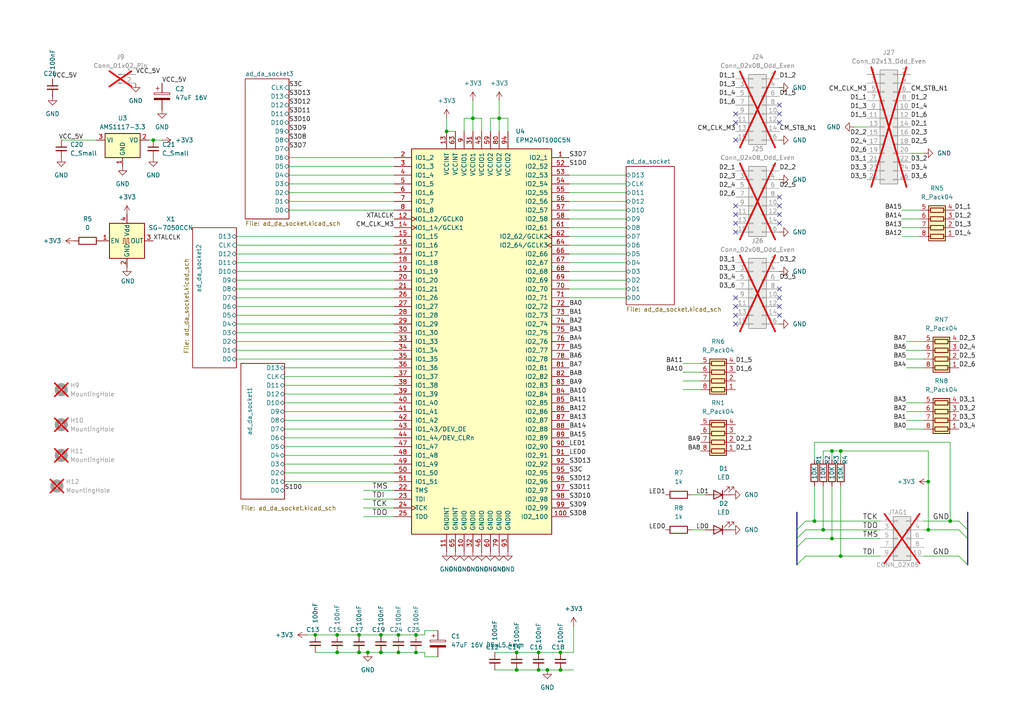
<source format=kicad_sch>
(kicad_sch (version 20231120) (generator "eeschema") (generator_version "8.0")
  (paper "A4")
  (junction (at 269.24 153.67))
  (junction (at 275.59 151.13))
  (junction (at 115.57 189.23))
  (junction (at 156.21 189.23))
  (junction (at 238.76 153.67))
  (junction (at 158.75 194.31))
  (junction (at 156.21 194.31))
  (junction (at 149.86 189.23))
  (junction (at 269.24 139.7))
  (junction (at 137.16 34.29))
  (junction (at 110.49 189.23))
  (junction (at 241.3 130.81))
  (junction (at 120.65 189.23))
  (junction (at 44.45 40.64))
  (junction (at 129.54 38.1))
  (junction (at 236.22 151.13))
  (junction (at 104.14 184.15))
  (junction (at 162.56 189.23))
  (junction (at 162.56 194.31))
  (junction (at 97.79 189.23))
  (junction (at 243.84 130.81))
  (junction (at 115.57 184.15))
  (junction (at 104.14 189.23))
  (junction (at 97.79 184.15))
  (junction (at 243.84 161.29))
  (junction (at 110.49 184.15))
  (junction (at 149.86 194.31))
  (junction (at 144.78 34.29))
  (junction (at 106.68 189.23))
  (junction (at 91.44 184.15))
  (junction (at 120.65 184.15))
  (junction (at 241.3 156.21))
  (no_connect (at 213.36 40.64))
  (no_connect (at 226.06 86.36))
  (no_connect (at 213.36 93.98))
  (no_connect (at 226.06 30.48))
  (no_connect (at 226.06 88.9))
  (no_connect (at 213.36 62.23))
  (no_connect (at 213.36 35.56))
  (no_connect (at 226.06 83.82))
  (no_connect (at 226.06 57.15))
  (no_connect (at 226.06 62.23))
  (no_connect (at 226.06 91.44))
  (no_connect (at 213.36 64.77))
  (no_connect (at 213.36 86.36))
  (no_connect (at 213.36 88.9))
  (no_connect (at 226.06 64.77))
  (no_connect (at 226.06 35.56))
  (no_connect (at 213.36 33.02))
  (no_connect (at 213.36 67.31))
  (no_connect (at 213.36 91.44))
  (no_connect (at 226.06 33.02))
  (no_connect (at 226.06 59.69))
  (no_connect (at 213.36 59.69))
  (bus_entry (at 231.14 163.83) (size 2.54 -2.54))
  (bus_entry (at 231.14 153.67) (size 2.54 -2.54))
  (bus_entry (at 278.13 161.29) (size 2.54 2.54))
  (bus_entry (at 231.14 156.21) (size 2.54 -2.54))
  (bus_entry (at 231.14 158.75) (size 2.54 -2.54))
  (bus_entry (at 278.13 151.13) (size 2.54 2.54))
  (bus_entry (at 278.13 153.67) (size 2.54 2.54))
  (bus (pts (xy 231.14 158.75) (xy 231.14 163.83)))
  (wire (pts (xy 105.41 144.78) (xy 114.3 144.78)))
  (wire (pts (xy 68.58 73.66) (xy 114.3 73.66)))
  (wire (pts (xy 137.16 34.29) (xy 134.62 34.29)))
  (wire (pts (xy 110.49 184.15) (xy 115.57 184.15)))
  (wire (pts (xy 129.54 38.1) (xy 132.08 38.1)))
  (wire (pts (xy 43.18 40.64) (xy 44.45 40.64)))
  (wire (pts (xy 266.7 60.96) (xy 261.62 60.96)))
  (wire (pts (xy 203.2 107.95) (xy 198.12 107.95)))
  (wire (pts (xy 104.14 184.15) (xy 110.49 184.15)))
  (wire (pts (xy 269.24 130.81) (xy 269.24 139.7)))
  (wire (pts (xy 144.78 34.29) (xy 144.78 38.1)))
  (wire (pts (xy 275.59 151.13) (xy 278.13 151.13)))
  (wire (pts (xy 106.68 189.23) (xy 110.49 189.23)))
  (wire (pts (xy 269.24 153.67) (xy 278.13 153.67)))
  (wire (pts (xy 68.58 81.28) (xy 114.3 81.28)))
  (bus (pts (xy 280.67 153.67) (xy 280.67 156.21)))
  (wire (pts (xy 134.62 38.1) (xy 134.62 34.29)))
  (wire (pts (xy 165.1 58.42) (xy 181.61 58.42)))
  (wire (pts (xy 139.7 34.29) (xy 137.16 34.29)))
  (wire (pts (xy 105.41 147.32) (xy 114.3 147.32)))
  (wire (pts (xy 165.1 83.82) (xy 181.61 83.82)))
  (wire (pts (xy 82.55 121.92) (xy 114.3 121.92)))
  (wire (pts (xy 165.1 68.58) (xy 181.61 68.58)))
  (wire (pts (xy 68.58 99.06) (xy 114.3 99.06)))
  (wire (pts (xy 203.2 105.41) (xy 198.12 105.41)))
  (wire (pts (xy 83.82 45.72) (xy 114.3 45.72)))
  (wire (pts (xy 68.58 68.58) (xy 114.3 68.58)))
  (wire (pts (xy 142.24 38.1) (xy 142.24 34.29)))
  (wire (pts (xy 247.65 36.83) (xy 251.46 36.83)))
  (wire (pts (xy 233.68 151.13) (xy 236.22 151.13)))
  (wire (pts (xy 110.49 189.23) (xy 115.57 189.23)))
  (wire (pts (xy 137.16 38.1) (xy 137.16 34.29)))
  (wire (pts (xy 120.65 184.15) (xy 123.19 184.15)))
  (wire (pts (xy 147.32 34.29) (xy 147.32 38.1)))
  (wire (pts (xy 82.55 111.76) (xy 114.3 111.76)))
  (wire (pts (xy 203.2 113.03) (xy 198.12 113.03)))
  (wire (pts (xy 149.86 194.31) (xy 156.21 194.31)))
  (wire (pts (xy 82.55 129.54) (xy 114.3 129.54)))
  (wire (pts (xy 267.97 106.68) (xy 262.89 106.68)))
  (wire (pts (xy 142.24 34.29) (xy 144.78 34.29)))
  (wire (pts (xy 267.97 124.46) (xy 262.89 124.46)))
  (wire (pts (xy 264.16 44.45) (xy 267.97 44.45)))
  (wire (pts (xy 165.1 55.88) (xy 181.61 55.88)))
  (wire (pts (xy 165.1 53.34) (xy 181.61 53.34)))
  (wire (pts (xy 123.19 184.15) (xy 123.19 182.88)))
  (wire (pts (xy 137.16 29.21) (xy 137.16 34.29)))
  (wire (pts (xy 83.82 55.88) (xy 114.3 55.88)))
  (wire (pts (xy 82.55 119.38) (xy 114.3 119.38)))
  (wire (pts (xy 123.19 190.5) (xy 123.19 189.23)))
  (wire (pts (xy 83.82 60.96) (xy 114.3 60.96)))
  (wire (pts (xy 68.58 78.74) (xy 114.3 78.74)))
  (wire (pts (xy 243.84 161.29) (xy 255.27 161.29)))
  (wire (pts (xy 165.1 50.8) (xy 181.61 50.8)))
  (wire (pts (xy 233.68 156.21) (xy 241.3 156.21)))
  (wire (pts (xy 82.55 116.84) (xy 114.3 116.84)))
  (wire (pts (xy 238.76 133.35) (xy 238.76 130.81)))
  (wire (pts (xy 82.55 124.46) (xy 114.3 124.46)))
  (wire (pts (xy 82.55 134.62) (xy 114.3 134.62)))
  (wire (pts (xy 68.58 88.9) (xy 114.3 88.9)))
  (wire (pts (xy 129.54 34.29) (xy 129.54 38.1)))
  (wire (pts (xy 97.79 184.15) (xy 104.14 184.15)))
  (wire (pts (xy 68.58 83.82) (xy 114.3 83.82)))
  (wire (pts (xy 275.59 151.13) (xy 275.59 128.27)))
  (wire (pts (xy 83.82 50.8) (xy 114.3 50.8)))
  (wire (pts (xy 97.79 189.23) (xy 104.14 189.23)))
  (wire (pts (xy 267.97 153.67) (xy 269.24 153.67)))
  (wire (pts (xy 143.51 189.23) (xy 149.86 189.23)))
  (wire (pts (xy 82.55 127) (xy 114.3 127)))
  (wire (pts (xy 82.55 132.08) (xy 114.3 132.08)))
  (wire (pts (xy 165.1 76.2) (xy 181.61 76.2)))
  (wire (pts (xy 243.84 161.29) (xy 243.84 140.97)))
  (wire (pts (xy 267.97 119.38) (xy 262.89 119.38)))
  (wire (pts (xy 267.97 99.06) (xy 262.89 99.06)))
  (wire (pts (xy 44.45 40.64) (xy 46.99 40.64)))
  (wire (pts (xy 165.1 81.28) (xy 181.61 81.28)))
  (wire (pts (xy 68.58 93.98) (xy 114.3 93.98)))
  (wire (pts (xy 68.58 86.36) (xy 114.3 86.36)))
  (wire (pts (xy 68.58 96.52) (xy 114.3 96.52)))
  (wire (pts (xy 83.82 58.42) (xy 114.3 58.42)))
  (bus (pts (xy 231.14 156.21) (xy 231.14 158.75)))
  (bus (pts (xy 280.67 156.21) (xy 280.67 163.83)))
  (wire (pts (xy 104.14 189.23) (xy 106.68 189.23)))
  (wire (pts (xy 83.82 48.26) (xy 114.3 48.26)))
  (wire (pts (xy 267.97 116.84) (xy 262.89 116.84)))
  (wire (pts (xy 115.57 189.23) (xy 120.65 189.23)))
  (wire (pts (xy 91.44 184.15) (xy 97.79 184.15)))
  (wire (pts (xy 165.1 71.12) (xy 181.61 71.12)))
  (wire (pts (xy 203.2 110.49) (xy 198.12 110.49)))
  (wire (pts (xy 233.68 153.67) (xy 238.76 153.67)))
  (wire (pts (xy 68.58 71.12) (xy 114.3 71.12)))
  (wire (pts (xy 241.3 156.21) (xy 241.3 140.97)))
  (wire (pts (xy 266.7 63.5) (xy 261.62 63.5)))
  (wire (pts (xy 82.55 139.7) (xy 114.3 139.7)))
  (wire (pts (xy 156.21 194.31) (xy 158.75 194.31)))
  (wire (pts (xy 82.55 109.22) (xy 114.3 109.22)))
  (bus (pts (xy 280.67 148.59) (xy 280.67 153.67)))
  (wire (pts (xy 238.76 130.81) (xy 241.3 130.81)))
  (wire (pts (xy 139.7 38.1) (xy 139.7 34.29)))
  (wire (pts (xy 88.9 184.15) (xy 91.44 184.15)))
  (wire (pts (xy 266.7 68.58) (xy 261.62 68.58)))
  (wire (pts (xy 269.24 139.7) (xy 269.24 153.67)))
  (wire (pts (xy 243.84 130.81) (xy 269.24 130.81)))
  (wire (pts (xy 105.41 142.24) (xy 114.3 142.24)))
  (wire (pts (xy 123.19 189.23) (xy 120.65 189.23)))
  (wire (pts (xy 144.78 29.21) (xy 144.78 34.29)))
  (wire (pts (xy 200.66 143.51) (xy 204.47 143.51)))
  (wire (pts (xy 238.76 153.67) (xy 255.27 153.67)))
  (wire (pts (xy 144.78 34.29) (xy 147.32 34.29)))
  (wire (pts (xy 233.68 161.29) (xy 243.84 161.29)))
  (wire (pts (xy 165.1 86.36) (xy 181.61 86.36)))
  (wire (pts (xy 241.3 133.35) (xy 241.3 130.81)))
  (wire (pts (xy 165.1 66.04) (xy 181.61 66.04)))
  (wire (pts (xy 158.75 194.31) (xy 162.56 194.31)))
  (wire (pts (xy 165.1 73.66) (xy 181.61 73.66)))
  (wire (pts (xy 149.86 189.23) (xy 156.21 189.23)))
  (wire (pts (xy 165.1 78.74) (xy 181.61 78.74)))
  (wire (pts (xy 162.56 189.23) (xy 166.37 189.23)))
  (wire (pts (xy 241.3 156.21) (xy 255.27 156.21)))
  (wire (pts (xy 127 190.5) (xy 123.19 190.5)))
  (wire (pts (xy 105.41 149.86) (xy 114.3 149.86)))
  (wire (pts (xy 165.1 60.96) (xy 181.61 60.96)))
  (wire (pts (xy 91.44 189.23) (xy 97.79 189.23)))
  (wire (pts (xy 236.22 151.13) (xy 236.22 140.97)))
  (wire (pts (xy 236.22 151.13) (xy 255.27 151.13)))
  (wire (pts (xy 82.55 114.3) (xy 114.3 114.3)))
  (wire (pts (xy 82.55 106.68) (xy 114.3 106.68)))
  (wire (pts (xy 68.58 76.2) (xy 114.3 76.2)))
  (wire (pts (xy 267.97 104.14) (xy 262.89 104.14)))
  (wire (pts (xy 267.97 101.6) (xy 262.89 101.6)))
  (bus (pts (xy 231.14 153.67) (xy 231.14 156.21)))
  (wire (pts (xy 165.1 63.5) (xy 181.61 63.5)))
  (wire (pts (xy 82.55 137.16) (xy 114.3 137.16)))
  (wire (pts (xy 83.82 53.34) (xy 114.3 53.34)))
  (wire (pts (xy 267.97 161.29) (xy 278.13 161.29)))
  (wire (pts (xy 68.58 104.14) (xy 114.3 104.14)))
  (wire (pts (xy 68.58 101.6) (xy 114.3 101.6)))
  (wire (pts (xy 243.84 130.81) (xy 243.84 133.35)))
  (wire (pts (xy 143.51 194.31) (xy 149.86 194.31)))
  (wire (pts (xy 200.66 153.67) (xy 204.47 153.67)))
  (wire (pts (xy 68.58 91.44) (xy 114.3 91.44)))
  (wire (pts (xy 166.37 181.61) (xy 166.37 189.23)))
  (wire (pts (xy 162.56 194.31) (xy 166.37 194.31)))
  (wire (pts (xy 156.21 189.23) (xy 162.56 189.23)))
  (wire (pts (xy 123.19 182.88) (xy 127 182.88)))
  (wire (pts (xy 238.76 153.67) (xy 238.76 140.97)))
  (wire (pts (xy 267.97 121.92) (xy 262.89 121.92)))
  (wire (pts (xy 266.7 66.04) (xy 261.62 66.04)))
  (wire (pts (xy 17.78 40.64) (xy 27.94 40.64)))
  (wire (pts (xy 241.3 130.81) (xy 243.84 130.81)))
  (wire (pts (xy 267.97 151.13) (xy 275.59 151.13)))
  (wire (pts (xy 275.59 128.27) (xy 236.22 128.27)))
  (bus (pts (xy 231.14 148.59) (xy 231.14 153.67)))
  (wire (pts (xy 115.57 184.15) (xy 120.65 184.15)))
  (wire (pts (xy 236.22 128.27) (xy 236.22 133.35)))
  (label "D3_2" (at 264.16 46.99 0))
  (label "D2_4" (at 213.36 54.61 180))
  (label "BA3" (at 262.89 116.84 180))
  (label "TCK" (at 250.19 151.13 0) (effects (font (size 1.524 1.524))))
  (label "D2_5" (at 278.13 104.14 0))
  (label "BA2" (at 165.1 93.98 0))
  (label "BA6" (at 262.89 101.6 180))
  (label "VCC_5V" (at 15.24 22.86 0))
  (label "TMS" (at 107.95 142.24 0) (effects (font (size 1.524 1.524))))
  (label "S3D11" (at 165.1 142.24 0))
  (label "BA11" (at 198.12 105.41 180))
  (label "VCC_5V" (at 46.99 24.13 0))
  (label "LED1" (at 193.04 143.51 180))
  (label "GND" (at 270.51 161.29 0) (effects (font (size 1.524 1.524))))
  (label "CM_CLK_M3" (at 213.36 38.1 180))
  (label "D2_1" (at 264.16 36.83 0))
  (label "D3_4" (at 278.13 124.46 0))
  (label "D1_3" (at 251.46 31.75 180))
  (label "D3_4" (at 264.16 49.53 0))
  (label "D1_4" (at 213.36 27.94 180))
  (label "XTALCLK" (at 44.45 69.85 0))
  (label "BA0" (at 262.89 124.46 180))
  (label "S3D12" (at 83.82 30.48 0))
  (label "S3D7" (at 83.82 43.18 0))
  (label "BA5" (at 165.1 101.6 0))
  (label "D3_3" (at 213.36 78.74 180))
  (label "D2_3" (at 213.36 52.07 180))
  (label "S3D10" (at 165.1 144.78 0))
  (label "D1_2" (at 264.16 29.21 0))
  (label "BA13" (at 165.1 121.92 0))
  (label "S3D11" (at 83.82 33.02 0))
  (label "D3_1" (at 251.46 46.99 180))
  (label "S3D13" (at 83.82 27.94 0))
  (label "S3D7" (at 165.1 45.72 0))
  (label "BA9" (at 203.2 128.27 180))
  (label "LED1" (at 165.1 129.54 0))
  (label "S3D13" (at 165.1 134.62 0))
  (label "D2_6" (at 251.46 44.45 180))
  (label "D3_2" (at 278.13 119.38 0))
  (label "D2_2" (at 213.36 128.27 0))
  (label "BA8" (at 165.1 109.22 0))
  (label "CM_CLK_M3" (at 114.3 66.04 180))
  (label "BA0" (at 165.1 88.9 0))
  (label "TDO" (at 250.19 153.67 0) (effects (font (size 1.524 1.524))))
  (label "D2_5" (at 264.16 41.91 0))
  (label "BA9" (at 165.1 111.76 0))
  (label "D3_3" (at 278.13 121.92 0))
  (label "D2_2" (at 251.46 39.37 180))
  (label "CM_STB_N1" (at 264.16 26.67 0))
  (label "BA1" (at 262.89 121.92 180))
  (label "D1_1" (at 213.36 22.86 180))
  (label "TDI" (at 250.19 161.29 0) (effects (font (size 1.524 1.524))))
  (label "D3_4" (at 213.36 81.28 180))
  (label "BA12" (at 261.62 68.58 180))
  (label "CM_CLK_M3" (at 251.46 26.67 180))
  (label "D2_6" (at 213.36 57.15 180))
  (label "D1_6" (at 264.16 34.29 0))
  (label "TDI" (at 107.95 144.78 0) (effects (font (size 1.524 1.524))))
  (label "LD0" (at 201.93 153.67 0))
  (label "D1_3" (at 276.86 66.04 0))
  (label "D2_4" (at 278.13 101.6 0))
  (label "BA15" (at 261.62 60.96 180))
  (label "D3_2" (at 226.06 76.2 0))
  (label "D2_1" (at 213.36 130.81 0))
  (label "D3_5" (at 226.06 81.28 0))
  (label "BA8" (at 203.2 130.81 180))
  (label "BA15" (at 165.1 127 0))
  (label "S1D0" (at 82.55 142.24 0))
  (label "BA11" (at 165.1 116.84 0))
  (label "TMS" (at 250.19 156.21 0) (effects (font (size 1.524 1.524))))
  (label "D1_4" (at 264.16 31.75 0))
  (label "D1_5" (at 226.06 27.94 0))
  (label "CM_STB_N1" (at 226.06 38.1 0))
  (label "D2_3" (at 278.13 99.06 0))
  (label "XTALCLK" (at 114.3 63.5 180))
  (label "D3_1" (at 278.13 116.84 0))
  (label "D1_6" (at 213.36 107.95 0))
  (label "D1_6" (at 213.36 30.48 180))
  (label "S3D9" (at 165.1 147.32 0))
  (label "BA14" (at 165.1 124.46 0))
  (label "D1_3" (at 213.36 25.4 180))
  (label "BA13" (at 261.62 66.04 180))
  (label "D2_5" (at 226.06 54.61 0))
  (label "LED0" (at 165.1 132.08 0))
  (label "D1_5" (at 213.36 105.41 0))
  (label "BA14" (at 261.62 63.5 180))
  (label "D1_2" (at 276.86 63.5 0))
  (label "S3D12" (at 165.1 139.7 0))
  (label "BA12" (at 165.1 119.38 0))
  (label "LED0" (at 193.04 153.67 180))
  (label "S3D8" (at 83.82 40.64 0))
  (label "D1_4" (at 276.86 68.58 0))
  (label "D2_3" (at 264.16 39.37 0))
  (label "S3D10" (at 83.82 35.56 0))
  (label "BA10" (at 165.1 114.3 0))
  (label "D3_6" (at 213.36 83.82 180))
  (label "GND" (at 270.51 151.13 0) (effects (font (size 1.524 1.524))))
  (label "D3_5" (at 251.46 52.07 180))
  (label "D1_1" (at 276.86 60.96 0))
  (label "S3D9" (at 83.82 38.1 0))
  (label "BA1" (at 165.1 91.44 0))
  (label "BA4" (at 262.89 106.68 180))
  (label "BA10" (at 198.12 107.95 180))
  (label "D3_1" (at 213.36 76.2 180))
  (label "D1_5" (at 251.46 34.29 180))
  (label "S3C" (at 165.1 137.16 0))
  (label "BA3" (at 165.1 96.52 0))
  (label "D2_4" (at 251.46 41.91 180))
  (label "VCC_5V" (at 39.37 21.59 0))
  (label "D3_6" (at 264.16 52.07 0))
  (label "D2_2" (at 226.06 49.53 0))
  (label "BA4" (at 165.1 99.06 0))
  (label "BA6" (at 165.1 104.14 0))
  (label "BA7" (at 262.89 99.06 180))
  (label "LD1" (at 201.93 143.51 0))
  (label "S3D8" (at 165.1 149.86 0))
  (label "VCC_5V" (at 24.13 40.64 180))
  (label "D3_3" (at 251.46 49.53 180))
  (label "D2_1" (at 213.36 49.53 180))
  (label "S1D0" (at 165.1 48.26 0))
  (label "TCK" (at 107.95 147.32 0) (effects (font (size 1.524 1.524))))
  (label "S3C" (at 83.82 25.4 0))
  (label "D2_6" (at 278.13 106.68 0))
  (label "D1_1" (at 251.46 29.21 180))
  (label "TDO" (at 107.95 149.86 0) (effects (font (size 1.524 1.524))))
  (label "BA5" (at 262.89 104.14 180))
  (label "BA2" (at 262.89 119.38 180))
  (label "D1_2" (at 226.06 22.86 0))
  (label "BA7" (at 165.1 106.68 0))
  (symbol (lib_id "Device:LED") (at 208.28 143.51 180) (unit 1)
    (property "Reference" "D1" (at 209.8675 135.89 0))
    (property "Value" "LED" (at 209.8675 138.43 0))
    (property "Footprint" "LED_SMD:LED_0805_2012Metric" (effects (hide yes)))
    (property "Description" "Light emitting diode" (effects (hide yes)))
  )
  (symbol (lib_id "Device:C_Small") (at 104.14 186.69 0) (unit 1)
    (property "Reference" "C17" (at 105.41 182.626 0) (effects (justify right)))
    (property "Value" "100nF" (at 104.14 175.514 90) (effects (justify right)))
    (property "Footprint" "Capacitor_SMD:C_0805_2012Metric" (effects (hide yes)))
    (property "Description" "Unpolarized capacitor, small symbol" (effects (hide yes)))
  )
  (symbol (lib_id "power:GND") (at 158.75 194.31 0) (unit 1)
    (property "Reference" "#PWR070" (effects (hide yes)))
    (property "Value" "GND" (at 158.75 199.39 0))
    (property "Description" "Power symbol creates a global label with name \"GND\" , ground" (effects (hide yes)))
  )
  (symbol (lib_id "Device:C_Small") (at 120.65 186.69 0) (unit 1)
    (property "Reference" "C25" (at 121.92 182.626 0) (effects (justify right)))
    (property "Value" "100nF" (at 120.65 175.514 90) (effects (justify right)))
    (property "Footprint" "Capacitor_SMD:C_0805_2012Metric" (effects (hide yes)))
    (property "Description" "Unpolarized capacitor, small symbol" (effects (hide yes)))
  )
  (symbol (lib_id "power:GND") (at 137.16 160.02 0) (unit 1)
    (property "Reference" "#PWR057" (effects (hide yes)))
    (property "Value" "GND" (at 137.16 165.1 0))
    (property "Description" "Power symbol creates a global label with name \"GND\" , ground" (effects (hide yes)))
  )
  (symbol (lib_id "Device:R_Pack04") (at 208.28 125.73 90) (unit 1)
    (property "Reference" "RN1" (at 208.28 116.84 90))
    (property "Value" "R_Pack04" (at 208.28 119.38 90))
    (property "Footprint" "Resistor_SMD:R_Array_Convex_4x0603" (effects (hide yes)))
    (property "Description" "4 resistor network, parallel topology" (effects (hide yes)))
  )
  (symbol (lib_id "Connector_Generic:Conn_02x13_Odd_Even") (at 256.54 36.83 0) (unit 1) (dnp yes)
    (property "Reference" "J27" (at 257.81 15.24 0))
    (property "Value" "Conn_02x13_Odd_Even" (at 257.81 17.78 0))
    (property "Footprint" "Connector_PinHeader_2.54mm:PinHeader_2x13_P2.54mm_Vertical" (effects (hide yes)))
    (property "Description" "Generic connector, double row, 02x13, odd/even pin numbering scheme (row 1 odd numbers, row 2 even numbers), script generated (kicad-library-utils/schlib/autogen/connector/)" (effects (hide yes)))
  )
  (symbol (lib_id "power:+3V3") (at 88.9 184.15 90) (unit 1)
    (property "Reference" "#PWR069" (effects (hide yes)))
    (property "Value" "+3V3" (at 85.09 184.1499 90) (effects (justify left)))
    (property "Description" "Power symbol creates a global label with name \"+3V3\"" (effects (hide yes)))
  )
  (symbol (lib_id "power:+3V3") (at 144.78 29.21 0) (unit 1)
    (property "Reference" "#PWR064" (effects (hide yes)))
    (property "Value" "+3V3" (at 144.78 24.13 0))
    (property "Description" "Power symbol creates a global label with name \"+3V3\"" (effects (hide yes)))
  )
  (symbol (lib_id "power:GND") (at 212.09 153.67 90) (unit 1)
    (property "Reference" "#PWR068" (effects (hide yes)))
    (property "Value" "GND" (at 215.9 153.6699 90) (effects (justify right)))
    (property "Description" "Power symbol creates a global label with name \"GND\" , ground" (effects (hide yes)))
  )
  (symbol (lib_id "power:GND") (at 35.56 48.26 0) (unit 1)
    (property "Reference" "#PWR045" (effects (hide yes)))
    (property "Value" "GND" (at 35.56 53.34 0))
    (property "Description" "Power symbol creates a global label with name \"GND\" , ground" (effects (hide yes)))
  )
  (symbol (lib_id "power:GND") (at 247.65 36.83 270) (unit 1)
    (property "Reference" "#PWR080" (effects (hide yes)))
    (property "Value" "GND" (at 243.84 36.8299 90) (effects (justify right)))
    (property "Description" "Power symbol creates a global label with name \"GND\" , ground" (effects (hide yes)))
  )
  (symbol (lib_id "Device:C_Small") (at 91.44 186.69 0) (unit 1)
    (property "Reference" "C13" (at 92.71 182.626 0) (effects (justify right)))
    (property "Value" "100nF" (at 91.44 174.752 90) (effects (justify right)))
    (property "Footprint" "Capacitor_SMD:C_0805_2012Metric" (effects (hide yes)))
    (property "Description" "Unpolarized capacitor, small symbol" (effects (hide yes)))
  )
  (symbol (lib_id "Device:R") (at 196.85 143.51 90) (unit 1)
    (property "Reference" "R7" (at 196.85 137.16 90))
    (property "Value" "1k" (at 196.85 139.7 90))
    (property "Footprint" "Resistor_SMD:R_0805_2012Metric" (effects (hide yes)))
    (property "Description" "Resistor" (effects (hide yes)))
    (property "LSCS" "C17513" (effects (hide yes)))
  )
  (symbol (lib_id "Device:R_Pack04") (at 273.05 101.6 90) (unit 1)
    (property "Reference" "RN7" (at 273.05 92.71 90))
    (property "Value" "R_Pack04" (at 273.05 95.25 90))
    (property "Footprint" "Resistor_SMD:R_Array_Convex_4x0603" (effects (hide yes)))
    (property "Description" "4 resistor network, parallel topology" (effects (hide yes)))
  )
  (symbol (lib_id "power:GND") (at 226.06 67.31 90) (unit 1)
    (property "Reference" "#PWR077" (effects (hide yes)))
    (property "Value" "GND" (at 229.87 67.3099 90) (effects (justify right)))
    (property "Description" "Power symbol creates a global label with name \"GND\" , ground" (effects (hide yes)))
  )
  (symbol (lib_id "Mechanical:MountingHole") (at 16.51 140.97 0) (unit 1) (exclude_from_sim yes) (in_bom no) (dnp yes)
    (property "Reference" "H12" (at 19.05 139.6999 0) (effects (justify left)))
    (property "Value" "MountingHole" (at 19.05 142.2399 0) (effects (justify left)))
    (property "Footprint" "MountingHole:MountingHole_3.2mm_M3" (effects (hide yes)))
    (property "Description" "Mounting Hole without connection" (effects (hide yes)))
  )
  (symbol (lib_id "Device:R") (at 236.22 137.16 0) (unit 1)
    (property "Reference" "R1" (at 237.49 133.35 90))
    (property "Value" "10K" (at 236.22 137.16 90))
    (property "Footprint" "Resistor_SMD:R_0603_1608Metric_Pad0.98x0.95mm_HandSolder" (effects (hide yes)))
    (property "Description" "Resistor" (effects (hide yes)))
    (property "LSCS" "C25804" (effects (hide yes)))
  )
  (symbol (lib_id "power:+3V3") (at 137.16 29.21 0) (unit 1)
    (property "Reference" "#PWR01" (effects (hide yes)))
    (property "Value" "+3V3" (at 137.16 24.13 0))
    (property "Description" "Power symbol creates a global label with name \"+3V3\"" (effects (hide yes)))
  )
  (symbol (lib_id "power:+3V3") (at 46.99 40.64 270) (unit 1)
    (property "Reference" "#PWR046" (effects (hide yes)))
    (property "Value" "+3V3" (at 50.8 40.6399 90) (effects (justify left)))
    (property "Description" "Power symbol creates a global label with name \"+3V3\"" (effects (hide yes)))
  )
  (symbol (lib_id "Device:C_Small") (at 156.21 191.77 0) (unit 1)
    (property "Reference" "C16" (at 157.48 187.706 0) (effects (justify right)))
    (property "Value" "100nF" (at 156.21 180.594 90) (effects (justify right)))
    (property "Footprint" "Capacitor_SMD:C_0805_2012Metric" (effects (hide yes)))
    (property "Description" "Unpolarized capacitor, small symbol" (effects (hide yes)))
  )
  (symbol (lib_id "power:GND") (at 17.78 45.72 0) (unit 1)
    (property "Reference" "#PWR082" (effects (hide yes)))
    (property "Value" "GND" (at 17.78 50.8 0))
    (property "Description" "Power symbol creates a global label with name \"GND\" , ground" (effects (hide yes)))
  )
  (symbol (lib_id "power:GND") (at 129.54 160.02 0) (unit 1)
    (property "Reference" "#PWR051" (effects (hide yes)))
    (property "Value" "GND" (at 129.54 165.1 0))
    (property "Description" "Power symbol creates a global label with name \"GND\" , ground" (effects (hide yes)))
  )
  (symbol (lib_id "CPLD_Altera:EPM240T100") (at 139.7 99.06 0) (unit 1)
    (property "Reference" "U4" (at 149.5141 38.1 0) (effects (justify left)))
    (property "Value" "EPM240T100C5N" (at 149.5141 40.64 0) (effects (justify left)))
    (property "Footprint" "Package_QFP:LQFP-100_14x14mm_P0.5mm" (effects (hide yes)))
    (property "Datasheet" "https://www.altera.com/content/dam/altera-www/global/en_US/pdfs/literature/hb/max2/max2_mii5v1.pdf" (effects (hide yes)))
    (property "Description" "Altera MAX2 CPLD with 240 LE" (effects (hide yes)))
    (property "LSCS" "C10041" (effects (hide yes)))
  )
  (symbol (lib_id "Device:C_Small") (at 149.86 191.77 0) (unit 1)
    (property "Reference" "C14" (at 151.13 187.706 0) (effects (justify right)))
    (property "Value" "100nF" (at 149.86 180.34 90) (effects (justify right)))
    (property "Footprint" "Capacitor_SMD:C_0805_2012Metric" (effects (hide yes)))
    (property "Description" "Unpolarized capacitor, small symbol" (effects (hide yes)))
  )
  (symbol (lib_id "Device:C_Small") (at 115.57 186.69 0) (unit 1)
    (property "Reference" "C24" (at 116.84 182.626 0) (effects (justify right)))
    (property "Value" "100nF" (at 115.57 175.514 90) (effects (justify right)))
    (property "Footprint" "Capacitor_SMD:C_0805_2012Metric" (effects (hide yes)))
    (property "Description" "Unpolarized capacitor, small symbol" (effects (hide yes)))
  )
  (symbol (lib_id "power:GND") (at 39.37 24.13 0) (unit 1)
    (property "Reference" "#PWR036" (effects (hide yes)))
    (property "Value" "GND" (at 39.37 29.21 0))
    (property "Description" "Power symbol creates a global label with name \"GND\" , ground" (effects (hide yes)))
  )
  (symbol (lib_id "power:GND") (at 226.06 93.98 90) (unit 1)
    (property "Reference" "#PWR079" (effects (hide yes)))
    (property "Value" "GND" (at 229.87 93.9799 90) (effects (justify right)))
    (property "Description" "Power symbol creates a global label with name \"GND\" , ground" (effects (hide yes)))
  )
  (symbol (lib_id "power:GND") (at 226.06 78.74 90) (unit 1)
    (property "Reference" "#PWR078" (effects (hide yes)))
    (property "Value" "GND" (at 229.87 78.7399 90) (effects (justify right)))
    (property "Description" "Power symbol creates a global label with name \"GND\" , ground" (effects (hide yes)))
  )
  (symbol (lib_id "power:+3V3") (at 129.54 34.29 0) (unit 1)
    (property "Reference" "#PWR060" (effects (hide yes)))
    (property "Value" "+3V3" (at 129.54 29.21 0))
    (property "Description" "Power symbol creates a global label with name \"+3V3\"" (effects (hide yes)))
  )
  (symbol (lib_id "Mechanical:MountingHole") (at 17.78 113.03 0) (unit 1) (exclude_from_sim yes) (in_bom no) (dnp yes)
    (property "Reference" "H9" (at 20.32 111.7599 0) (effects (justify left)))
    (property "Value" "MountingHole" (at 20.32 114.2999 0) (effects (justify left)))
    (property "Footprint" "MountingHole:MountingHole_3.2mm_M3" (effects (hide yes)))
    (property "Description" "Mounting Hole without connection" (effects (hide yes)))
  )
  (symbol (lib_id "Device:C_Small") (at 44.45 43.18 0) (unit 1)
    (property "Reference" "C21" (at 46.99 41.9162 0) (effects (justify left)))
    (property "Value" "C_Small" (at 46.99 44.4562 0) (effects (justify left)))
    (property "Footprint" "Capacitor_SMD:C_0805_2012Metric" (effects (hide yes)))
    (property "Description" "Unpolarized capacitor, small symbol" (effects (hide yes)))
  )
  (symbol (lib_id "Device:R") (at 196.85 153.67 90) (unit 1)
    (property "Reference" "R8" (at 196.85 147.32 90))
    (property "Value" "1k" (at 196.85 149.86 90))
    (property "Footprint" "Resistor_SMD:R_0805_2012Metric" (effects (hide yes)))
    (property "Description" "Resistor" (effects (hide yes)))
    (property "LSCS" "C17513" (effects (hide yes)))
  )
  (symbol (lib_id "Device:C_Small") (at 15.24 25.4 0) (unit 1)
    (property "Reference" "C26" (at 16.51 21.336 0) (effects (justify right)))
    (property "Value" "100nF" (at 15.24 14.224 90) (effects (justify right)))
    (property "Footprint" "Capacitor_SMD:C_0805_2012Metric" (effects (hide yes)))
    (property "Description" "Unpolarized capacitor, small symbol" (effects (hide yes)))
  )
  (symbol (lib_id "power:GND") (at 36.83 77.47 0) (unit 1)
    (property "Reference" "#PWR049" (effects (hide yes)))
    (property "Value" "GND" (at 37.084 81.534 0))
    (property "Description" "Power symbol creates a global label with name \"GND\" , ground" (effects (hide yes)))
  )
  (symbol (lib_id "Connector_Generic:Conn_02x05_Odd_Even") (at 260.35 156.21 0) (unit 1) (dnp yes)
    (property "Reference" "JTAG1" (at 260.35 148.59 0))
    (property "Value" "CONN_02X05" (at 260.35 163.83 0))
    (property "Footprint" "Connector_IDC:IDC-Header_2x05_P2.54mm_Horizontal" (effects (hide yes)))
    (property "Description" "Generic connector, double row, 02x05, odd/even pin numbering scheme (row 1 odd numbers, row 2 even numbers), script generated (kicad-library-utils/schlib/autogen/connector/)" (effects (hide yes)))
  )
  (symbol (lib_id "Connector_Generic:Conn_02x08_Odd_Even") (at 218.44 30.48 0) (unit 1) (dnp yes)
    (property "Reference" "J24" (at 219.71 16.51 0))
    (property "Value" "Conn_02x08_Odd_Even" (at 219.71 19.05 0))
    (property "Footprint" "Connector_PinSocket_2.54mm:PinSocket_2x08_P2.54mm_Vertical" (effects (hide yes)))
    (property "Description" "Generic connector, double row, 02x08, odd/even pin numbering scheme (row 1 odd numbers, row 2 even numbers), script generated (kicad-library-utils/schlib/autogen/connector/)" (effects (hide yes)))
  )
  (symbol (lib_id "Device:C_Small") (at 110.49 186.69 0) (unit 1)
    (property "Reference" "C19" (at 111.76 182.626 0) (effects (justify right)))
    (property "Value" "100nF" (at 110.49 175.514 90) (effects (justify right)))
    (property "Footprint" "Capacitor_SMD:C_0805_2012Metric" (effects (hide yes)))
    (property "Description" "Unpolarized capacitor, small symbol" (effects (hide yes)))
  )
  (symbol (lib_id "power:+3V3") (at 166.37 181.61 0) (unit 1)
    (property "Reference" "#PWR02" (effects (hide yes)))
    (property "Value" "+3V3" (at 166.37 176.53 0))
    (property "Description" "Power symbol creates a global label with name \"+3V3\"" (effects (hide yes)))
  )
  (symbol (lib_id "Connector_Generic:Conn_02x08_Odd_Even") (at 218.44 83.82 0) (unit 1) (dnp yes)
    (property "Reference" "J26" (at 219.71 69.85 0))
    (property "Value" "Conn_02x08_Odd_Even" (at 219.71 72.39 0))
    (property "Footprint" "Connector_PinSocket_2.54mm:PinSocket_2x08_P2.54mm_Vertical" (effects (hide yes)))
    (property "Description" "Generic connector, double row, 02x08, odd/even pin numbering scheme (row 1 odd numbers, row 2 even numbers), script generated (kicad-library-utils/schlib/autogen/connector/)" (effects (hide yes)))
  )
  (symbol (lib_id "power:+3V3") (at 36.83 62.23 0) (unit 1)
    (property "Reference" "#PWR048" (effects (hide yes)))
    (property "Value" "+3V3" (at 36.83 57.15 0))
    (property "Description" "Power symbol creates a global label with name \"+3V3\"" (effects (hide yes)))
  )
  (symbol (lib_id "Connector:Conn_01x02_Pin") (at 34.29 21.59 0) (unit 1) (dnp yes)
    (property "Reference" "J9" (at 34.925 16.51 0))
    (property "Value" "Conn_01x02_Pin" (at 34.925 19.05 0))
    (property "Footprint" "Connector_JST:JST_EH_B2B-EH-A_1x02_P2.50mm_Vertical" (effects (hide yes)))
    (property "Description" "Generic connector, single row, 01x02, script generated" (effects (hide yes)))
  )
  (symbol (lib_id "power:GND") (at 267.97 44.45 90) (unit 1)
    (property "Reference" "#PWR081" (effects (hide yes)))
    (property "Value" "GND" (at 271.78 44.4499 90) (effects (justify right)))
    (property "Description" "Power symbol creates a global label with name \"GND\" , ground" (effects (hide yes)))
  )
  (symbol (lib_id "power:GND") (at 132.08 160.02 0) (unit 1)
    (property "Reference" "#PWR053" (effects (hide yes)))
    (property "Value" "GND" (at 132.08 165.1 0))
    (property "Description" "Power symbol creates a global label with name \"GND\" , ground" (effects (hide yes)))
  )
  (symbol (lib_id "power:GND") (at 44.45 45.72 0) (unit 1)
    (property "Reference" "#PWR083" (effects (hide yes)))
    (property "Value" "GND" (at 44.45 50.8 0))
    (property "Description" "Power symbol creates a global label with name \"GND\" , ground" (effects (hide yes)))
  )
  (symbol (lib_id "Device:C_Polarized") (at 46.99 27.94 0) (unit 1)
    (property "Reference" "C2" (at 50.8 25.7809 0) (effects (justify left)))
    (property "Value" "47uF 16V" (at 50.8 28.3209 0) (effects (justify left)))
    (property "Footprint" "Capacitor_SMD:CP_Elec_5x5.4" (effects (hide yes)))
    (property "Description" "Polarized capacitor" (effects (hide yes)))
    (property "LSCS" "C3337" (effects (hide yes)))
  )
  (symbol (lib_id "Mechanical:MountingHole") (at 17.78 123.19 0) (unit 1) (exclude_from_sim yes) (in_bom no) (dnp yes)
    (property "Reference" "H10" (at 20.32 121.9199 0) (effects (justify left)))
    (property "Value" "MountingHole" (at 20.32 124.4599 0) (effects (justify left)))
    (property "Footprint" "MountingHole:MountingHole_3.2mm_M3" (effects (hide yes)))
    (property "Description" "Mounting Hole without connection" (effects (hide yes)))
  )
  (symbol (lib_id "power:GND") (at 106.68 189.23 0) (unit 1)
    (property "Reference" "#PWR071" (effects (hide yes)))
    (property "Value" "GND" (at 106.68 194.31 0))
    (property "Description" "Power symbol creates a global label with name \"GND\" , ground" (effects (hide yes)))
  )
  (symbol (lib_id "power:GND") (at 147.32 160.02 0) (unit 1)
    (property "Reference" "#PWR065" (effects (hide yes)))
    (property "Value" "GND" (at 147.32 165.1 0))
    (property "Description" "Power symbol creates a global label with name \"GND\" , ground" (effects (hide yes)))
  )
  (symbol (lib_id "power:GND") (at 212.09 143.51 90) (unit 1)
    (property "Reference" "#PWR062" (effects (hide yes)))
    (property "Value" "GND" (at 215.9 143.5099 90) (effects (justify right)))
    (property "Description" "Power symbol creates a global label with name \"GND\" , ground" (effects (hide yes)))
  )
  (symbol (lib_id "Device:R") (at 238.76 137.16 0) (unit 1)
    (property "Reference" "R2" (at 240.03 133.35 90))
    (property "Value" "10K" (at 238.76 137.16 90))
    (property "Footprint" "Resistor_SMD:R_0603_1608Metric_Pad0.98x0.95mm_HandSolder" (effects (hide yes)))
    (property "Description" "Resistor" (effects (hide yes)))
    (property "LSCS" "C25804" (effects (hide yes)))
  )
  (symbol (lib_id "Device:LED") (at 208.28 153.67 180) (unit 1)
    (property "Reference" "D2" (at 209.8675 146.05 0))
    (property "Value" "LED" (at 209.8675 148.59 0))
    (property "Footprint" "LED_SMD:LED_0805_2012Metric" (effects (hide yes)))
    (property "Description" "Light emitting diode" (effects (hide yes)))
  )
  (symbol (lib_id "power:+3V3") (at 269.24 139.7 90) (unit 1)
    (property "Reference" "#PWR035" (effects (hide yes)))
    (property "Value" "+3V3" (at 265.43 139.6999 90) (effects (justify left)))
    (property "Description" "Power symbol creates a global label with name \"+3V3\"" (effects (hide yes)))
  )
  (symbol (lib_id "power:GND") (at 226.06 40.64 90) (unit 1)
    (property "Reference" "#PWR075" (effects (hide yes)))
    (property "Value" "GND" (at 229.87 40.6399 90) (effects (justify right)))
    (property "Description" "Power symbol creates a global label with name \"GND\" , ground" (effects (hide yes)))
  )
  (symbol (lib_id "Device:R_Pack04") (at 271.78 63.5 90) (unit 1)
    (property "Reference" "RN5" (at 271.78 54.61 90))
    (property "Value" "R_Pack04" (at 271.78 57.15 90))
    (property "Footprint" "Resistor_SMD:R_Array_Convex_4x0603" (effects (hide yes)))
    (property "Description" "4 resistor network, parallel topology" (effects (hide yes)))
  )
  (symbol (lib_id "power:+3V3") (at 21.59 69.85 90) (unit 1)
    (property "Reference" "#PWR047" (effects (hide yes)))
    (property "Value" "+3V3" (at 17.78 69.8499 90) (effects (justify left)))
    (property "Description" "Power symbol creates a global label with name \"+3V3\"" (effects (hide yes)))
  )
  (symbol (lib_id "Device:C_Small") (at 97.79 186.69 0) (unit 1)
    (property "Reference" "C15" (at 99.06 182.626 0) (effects (justify right)))
    (property "Value" "100nF" (at 97.79 175.26 90) (effects (justify right)))
    (property "Footprint" "Capacitor_SMD:C_0805_2012Metric" (effects (hide yes)))
    (property "Description" "Unpolarized capacitor, small symbol" (effects (hide yes)))
  )
  (symbol (lib_id "power:GND") (at 15.24 27.94 0) (unit 1)
    (property "Reference" "#PWR058" (effects (hide yes)))
    (property "Value" "GND" (at 15.24 33.02 0))
    (property "Description" "Power symbol creates a global label with name \"GND\" , ground" (effects (hide yes)))
  )
  (symbol (lib_id "Device:R") (at 243.84 137.16 0) (unit 1)
    (property "Reference" "R4" (at 245.11 133.35 90))
    (property "Value" "10K" (at 243.84 137.16 90))
    (property "Footprint" "Resistor_SMD:R_0603_1608Metric_Pad0.98x0.95mm_HandSolder" (effects (hide yes)))
    (property "Description" "Resistor" (effects (hide yes)))
    (property "LSCS" "C25804" (effects (hide yes)))
  )
  (symbol (lib_id "power:GND") (at 46.99 31.75 0) (unit 1)
    (property "Reference" "#PWR037" (effects (hide yes)))
    (property "Value" "GND" (at 46.99 36.83 0))
    (property "Description" "Power symbol creates a global label with name \"GND\" , ground" (effects (hide yes)))
  )
  (symbol (lib_id "Device:C_Small") (at 17.78 43.18 0) (unit 1)
    (property "Reference" "C20" (at 20.32 41.9162 0) (effects (justify left)))
    (property "Value" "C_Small" (at 20.32 44.4562 0) (effects (justify left)))
    (property "Footprint" "Capacitor_SMD:C_0805_2012Metric" (effects (hide yes)))
    (property "Description" "Unpolarized capacitor, small symbol" (effects (hide yes)))
  )
  (symbol (lib_id "Device:C_Polarized") (at 127 186.69 0) (unit 1)
    (property "Reference" "C1" (at 130.81 184.5309 0) (effects (justify left)))
    (property "Value" "47uF 16V D5xL5.4mm" (at 130.81 187.0709 0) (effects (justify left)))
    (property "Footprint" "Capacitor_SMD:CP_Elec_5x5.4" (effects (hide yes)))
    (property "Description" "Polarized capacitor" (effects (hide yes)))
    (property "LSCS" "C3337" (effects (hide yes)))
  )
  (symbol (lib_id "Device:C_Small") (at 162.56 191.77 0) (unit 1)
    (property "Reference" "C18" (at 163.83 187.706 0) (effects (justify right)))
    (property "Value" "100nF" (at 162.56 180.594 90) (effects (justify right)))
    (property "Footprint" "Capacitor_SMD:C_0805_2012Metric" (effects (hide yes)))
    (property "Description" "Unpolarized capacitor, small symbol" (effects (hide yes)))
  )
  (symbol (lib_id "Device:C_Small") (at 143.51 191.77 0) (unit 1)
    (property "Reference" "C12" (at 144.78 187.706 0) (effects (justify right)))
    (property "Value" "100nF" (at 143.51 179.832 90) (effects (justify right)))
    (property "Footprint" "Capacitor_SMD:C_0805_2012Metric" (effects (hide yes)))
    (property "Description" "Unpolarized capacitor, small symbol" (effects (hide yes)))
  )
  (symbol (lib_id "Device:R") (at 25.4 69.85 90) (unit 1)
    (property "Reference" "R5" (at 25.4 63.5 90))
    (property "Value" "0" (at 25.4 66.04 90))
    (property "Footprint" "Resistor_SMD:R_0603_1608Metric_Pad0.98x0.95mm_HandSolder" (effects (hide yes)))
    (property "Description" "Resistor" (effects (hide yes)))
  )
  (symbol (lib_id "power:GND") (at 226.06 25.4 90) (unit 1)
    (property "Reference" "#PWR074" (effects (hide yes)))
    (property "Value" "GND" (at 229.87 25.3999 90) (effects (justify right)))
    (property "Description" "Power symbol creates a global label with name \"GND\" , ground" (effects (hide yes)))
  )
  (symbol (lib_id "power:GND") (at 144.78 160.02 0) (unit 1)
    (property "Reference" "#PWR063" (effects (hide yes)))
    (property "Value" "GND" (at 144.78 165.1 0))
    (property "Description" "Power symbol creates a global label with name \"GND\" , ground" (effects (hide yes)))
  )
  (symbol (lib_id "Device:R_Pack04") (at 208.28 107.95 90) (unit 1)
    (property "Reference" "RN6" (at 208.28 99.06 90))
    (property "Value" "R_Pack04" (at 208.28 101.6 90))
    (property "Footprint" "Resistor_SMD:R_Array_Convex_4x0603" (effects (hide yes)))
    (property "Description" "4 resistor network, parallel topology" (effects (hide yes)))
  )
  (symbol (lib_id "Connector_Generic:Conn_02x08_Odd_Even") (at 218.44 57.15 0) (unit 1) (dnp yes)
    (property "Reference" "J25" (at 219.71 43.18 0))
    (property "Value" "Conn_02x08_Odd_Even" (at 219.71 45.72 0))
    (property "Footprint" "Connector_PinSocket_2.54mm:PinSocket_2x08_P2.54mm_Vertical" (effects (hide yes)))
    (property "Description" "Generic connector, double row, 02x08, odd/even pin numbering scheme (row 1 odd numbers, row 2 even numbers), script generated (kicad-library-utils/schlib/autogen/connector/)" (effects (hide yes)))
  )
  (symbol (lib_id "Oscillator:ASV-xxxMHz") (at 36.83 69.85 0) (unit 1)
    (property "Reference" "X1" (at 49.53 63.5314 0))
    (property "Value" "SG-7050CCN" (at 49.53 66.0714 0))
    (property "Footprint" "Oscillator:Oscillator_SMD_Abracon_ASV-4Pin_7.0x5.1mm" (effects (hide yes)))
    (property "Datasheet" "http://www.abracon.com/Oscillators/ASV.pdf" (effects (hide yes)))
    (property "Description" "3.3V HCMOS SMD Crystal Clock Oscillator, Abracon" (effects (hide yes)))
  )
  (symbol (lib_id "power:GND") (at 134.62 160.02 0) (unit 1)
    (property "Reference" "#PWR055" (effects (hide yes)))
    (property "Value" "GND" (at 134.62 165.1 0))
    (property "Description" "Power symbol creates a global label with name \"GND\" , ground" (effects (hide yes)))
  )
  (symbol (lib_id "power:GND") (at 142.24 160.02 0) (unit 1)
    (property "Reference" "#PWR061" (effects (hide yes)))
    (property "Value" "GND" (at 142.24 165.1 0))
    (property "Description" "Power symbol creates a global label with name \"GND\" , ground" (effects (hide yes)))
  )
  (symbol (lib_id "power:GND") (at 139.7 160.02 0) (unit 1)
    (property "Reference" "#PWR059" (effects (hide yes)))
    (property "Value" "GND" (at 139.7 165.1 0))
    (property "Description" "Power symbol creates a global label with name \"GND\" , ground" (effects (hide yes)))
  )
  (symbol (lib_id "Device:R") (at 241.3 137.16 0) (unit 1)
    (property "Reference" "R3" (at 242.57 133.35 90))
    (property "Value" "10K" (at 241.3 137.16 90))
    (property "Footprint" "Resistor_SMD:R_0603_1608Metric_Pad0.98x0.95mm_HandSolder" (effects (hide yes)))
    (property "Description" "Resistor" (effects (hide yes)))
    (property "LSCS" "C25804" (effects (hide yes)))
  )
  (symbol (lib_id "power:GND") (at 226.06 52.07 90) (unit 1)
    (property "Reference" "#PWR076" (effects (hide yes)))
    (property "Value" "GND" (at 229.87 52.0699 90) (effects (justify right)))
    (property "Description" "Power symbol creates a global label with name \"GND\" , ground" (effects (hide yes)))
  )
  (symbol (lib_id "Mechanical:MountingHole") (at 17.78 132.08 0) (unit 1) (exclude_from_sim yes) (in_bom no) (dnp yes)
    (property "Reference" "H11" (at 20.32 130.8099 0) (effects (justify left)))
    (property "Value" "MountingHole" (at 20.32 133.3499 0) (effects (justify left)))
    (property "Footprint" "MountingHole:MountingHole_3.2mm_M3" (effects (hide yes)))
    (property "Description" "Mounting Hole without connection" (effects (hide yes)))
  )
  (symbol (lib_id "Regulator_Linear:AMS1117-3.3") (at 35.56 40.64 0) (unit 1)
    (property "Reference" "U3" (at 35.56 34.29 0))
    (property "Value" "AMS1117-3.3" (at 35.56 36.83 0))
    (property "Footprint" "Package_TO_SOT_SMD:SOT-223-3_TabPin2" (effects (hide yes)))
    (property "Datasheet" "http://www.advanced-monolithic.com/pdf/ds1117.pdf" (effects (hide yes)))
    (property "Description" "1A Low Dropout regulator, positive, 3.3V fixed output, SOT-223" (effects (hide yes)))
    (property "LSCS" "C6186" (effects (hide yes)))
  )
  (symbol (lib_id "Device:R_Pack04") (at 273.05 119.38 90) (unit 1)
    (property "Reference" "RN8" (at 273.05 110.49 90))
    (property "Value" "R_Pack04" (at 273.05 113.03 90))
    (property "Footprint" "Resistor_SMD:R_Array_Convex_4x0603" (effects (hide yes)))
    (property "Description" "4 resistor network, parallel topology" (effects (hide yes)))
  )
  (sheet (at 181.61 48.26) (size 13.97 40.132) (stroke (width 0.1524))
    (property "Sheetname" "ad_da_socket" (at 181.61 47.5484 0) (effects (justify left bottom)))
    (property "Sheetfile" "ad_da_socket.kicad_sch" (at 181.61 88.9766 0) (effects (justify left top)))
    (pin "D11" bidirectional (at 181.61 55.88 180))
    (pin "D7" bidirectional (at 181.61 68.58 180))
    (pin "D9" bidirectional (at 181.61 63.5 180))
    (pin "D0" bidirectional (at 181.61 86.36 180))
    (pin "D8" bidirectional (at 181.61 66.04 180))
    (pin "D2" bidirectional (at 181.61 81.28 180))
    (pin "D4" bidirectional (at 181.61 76.2 180))
    (pin "D6" bidirectional (at 181.61 71.12 180))
    (pin "D5" bidirectional (at 181.61 73.66 180))
    (pin "D12" bidirectional (at 181.61 58.42 180))
    (pin "D1" bidirectional (at 181.61 83.82 180))
    (pin "D3" bidirectional (at 181.61 78.74 180))
    (pin "CLK" input (at 181.61 53.34 180))
    (pin "D10" bidirectional (at 181.61 60.96 180))
    (pin "D13" bidirectional (at 181.61 50.8 180))
  )
  (sheet (at 71.12 22.86) (size 12.7 40.64) (stroke (width 0.1524))
    (property "Sheetname" "ad_da_socket3" (at 71.12 22.1484 0) (effects (justify left bottom)))
    (property "Sheetfile" "ad_da_socket.kicad_sch" (at 71.12 64.0846 0) (effects (justify left top)))
    (pin "D11" bidirectional (at 83.82 33.02 0))
    (pin "D7" bidirectional (at 83.82 43.18 0))
    (pin "D9" bidirectional (at 83.82 38.1 0))
    (pin "D0" bidirectional (at 83.82 60.96 0))
    (pin "D8" bidirectional (at 83.82 40.64 0))
    (pin "D2" bidirectional (at 83.82 55.88 0))
    (pin "D4" bidirectional (at 83.82 50.8 0))
    (pin "D6" bidirectional (at 83.82 45.72 0))
    (pin "D5" bidirectional (at 83.82 48.26 0))
    (pin "D12" bidirectional (at 83.82 30.48 0))
    (pin "D1" bidirectional (at 83.82 58.42 0))
    (pin "D3" bidirectional (at 83.82 53.34 0))
    (pin "CLK" input (at 83.82 25.4 0))
    (pin "D10" bidirectional (at 83.82 35.56 0))
    (pin "D13" bidirectional (at 83.82 27.94 0))
  )
  (sheet (at 69.85 105.41) (size 12.7 39.37) (stroke (width 0.1524))
    (property "Sheetname" "ad_da_socket1" (at 73.152 126.238 90) (effects (justify left bottom)))
    (property "Sheetfile" "ad_da_socket.kicad_sch" (at 69.85 146.6346 0) (effects (justify left top)))
    (pin "D11" bidirectional (at 82.55 111.76 0))
    (pin "D7" bidirectional (at 82.55 124.46 0))
    (pin "D9" bidirectional (at 82.55 119.38 0))
    (pin "D0" bidirectional (at 82.55 142.24 0))
    (pin "D8" bidirectional (at 82.55 121.92 0))
    (pin "D2" bidirectional (at 82.55 137.16 0))
    (pin "D4" bidirectional (at 82.55 132.08 0))
    (pin "D6" bidirectional (at 82.55 127 0))
    (pin "D5" bidirectional (at 82.55 129.54 0))
    (pin "D12" bidirectional (at 82.55 114.3 0))
    (pin "D1" bidirectional (at 82.55 139.7 0))
    (pin "D3" bidirectional (at 82.55 134.62 0))
    (pin "CLK" input (at 82.55 109.22 0))
    (pin "D10" bidirectional (at 82.55 116.84 0))
    (pin "D13" bidirectional (at 82.55 106.68 0))
  )
  (sheet (at 55.88 66.04) (size 12.7 40.64) (stroke (width 0.1524))
    (property "Sheetname" "ad_da_socket2" (at 58.42 84.836 90) (effects (justify left bottom)))
    (property "Sheetfile" "ad_da_socket.kicad_sch" (at 53.34 102.616 90) (effects (justify left top)))
    (pin "D11" bidirectional (at 68.58 76.2 0))
    (pin "D7" bidirectional (at 68.58 86.36 0))
    (pin "D9" bidirectional (at 68.58 81.28 0))
    (pin "D0" bidirectional (at 68.58 104.14 0))
    (pin "D8" bidirectional (at 68.58 83.82 0))
    (pin "D2" bidirectional (at 68.58 99.06 0))
    (pin "D4" bidirectional (at 68.58 93.98 0))
    (pin "D6" bidirectional (at 68.58 88.9 0))
    (pin "D5" bidirectional (at 68.58 91.44 0))
    (pin "D12" bidirectional (at 68.58 73.66 0))
    (pin "D1" bidirectional (at 68.58 101.6 0))
    (pin "D3" bidirectional (at 68.58 96.52 0))
    (pin "CLK" input (at 68.58 71.12 0))
    (pin "D10" bidirectional (at 68.58 78.74 0))
    (pin "D13" bidirectional (at 68.58 68.58 0))
  )
)
</source>
